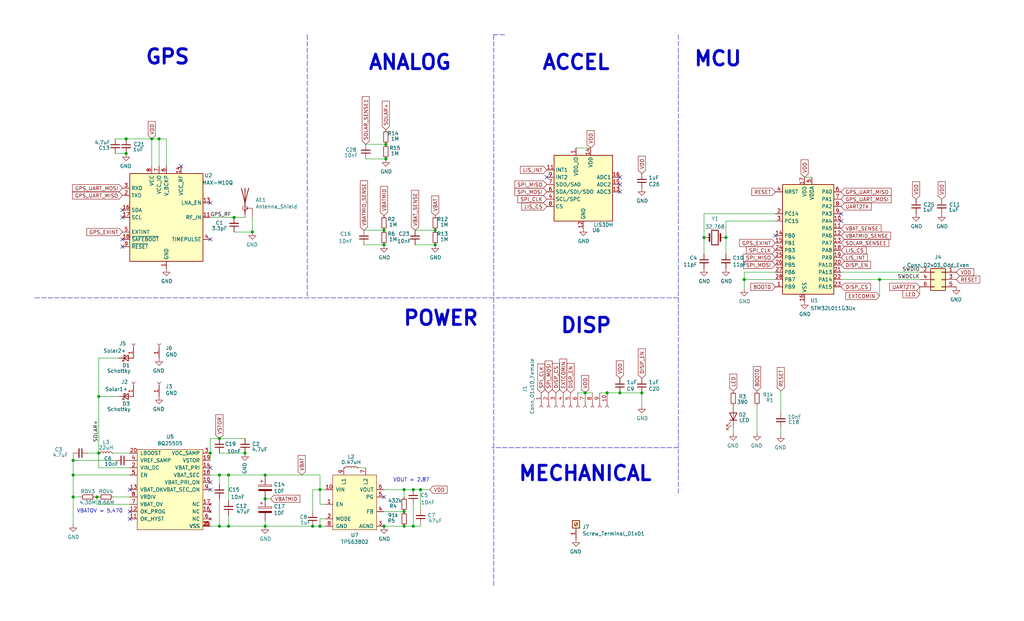
<source format=kicad_sch>
(kicad_sch (version 20211123) (generator eeschema)
  (paper "USLegal")
  (lib_symbols
    (symbol "Connector:Conn_01x01_Female" (pin_names (offset 1.016) hide)
      (property "Reference" "J" (at 0 2.54 0))
      (property "Value" "Conn_01x01_Female" (at 0 -2.54 0))
      (symbol "Conn_01x01_Female_1_1"
        (polyline (pts (xy -1.27 0) (xy -0.508 0)) (stroke (width 0.1524)))
        (arc (start 0 0.508) (mid -0.508 0) (end 0 -0.508) (stroke (width 0.1524)))
        (pin passive line (at -5.08 0 0) (length 3.81) (name "Pin_1") (number "1"))
      )
    )
    (symbol "Connector:Conn_01x10_Female" (pin_names (offset 1.016) hide)
      (property "Reference" "J" (at 0 12.7 0))
      (property "Value" "Conn_01x10_Female" (at 0 -15.24 0))
      (symbol "Conn_01x10_Female_1_1"
        (arc (start 0 -12.192) (mid -0.508 -12.7) (end 0 -13.208) (stroke (width 0.1524)))
        (arc (start 0 -9.652) (mid -0.508 -10.16) (end 0 -10.668) (stroke (width 0.1524)))
        (arc (start 0 -7.112) (mid -0.508 -7.62) (end 0 -8.128) (stroke (width 0.1524)))
        (arc (start 0 -4.572) (mid -0.508 -5.08) (end 0 -5.588) (stroke (width 0.1524)))
        (arc (start 0 -2.032) (mid -0.508 -2.54) (end 0 -3.048) (stroke (width 0.1524)))
        (polyline (pts (xy -1.27 -12.7) (xy -0.508 -12.7)) (stroke (width 0.1524)))
        (polyline (pts (xy -1.27 -10.16) (xy -0.508 -10.16)) (stroke (width 0.1524)))
        (polyline (pts (xy -1.27 -7.62) (xy -0.508 -7.62)) (stroke (width 0.1524)))
        (polyline (pts (xy -1.27 -5.08) (xy -0.508 -5.08)) (stroke (width 0.1524)))
        (polyline (pts (xy -1.27 -2.54) (xy -0.508 -2.54)) (stroke (width 0.1524)))
        (polyline (pts (xy -1.27 0) (xy -0.508 0)) (stroke (width 0.1524)))
        (polyline (pts (xy -1.27 2.54) (xy -0.508 2.54)) (stroke (width 0.1524)))
        (polyline (pts (xy -1.27 5.08) (xy -0.508 5.08)) (stroke (width 0.1524)))
        (polyline (pts (xy -1.27 7.62) (xy -0.508 7.62)) (stroke (width 0.1524)))
        (polyline (pts (xy -1.27 10.16) (xy -0.508 10.16)) (stroke (width 0.1524)))
        (arc (start 0 0.508) (mid -0.508 0) (end 0 -0.508) (stroke (width 0.1524)))
        (arc (start 0 3.048) (mid -0.508 2.54) (end 0 2.032) (stroke (width 0.1524)))
        (arc (start 0 5.588) (mid -0.508 5.08) (end 0 4.572) (stroke (width 0.1524)))
        (arc (start 0 8.128) (mid -0.508 7.62) (end 0 7.112) (stroke (width 0.1524)))
        (arc (start 0 10.668) (mid -0.508 10.16) (end 0 9.652) (stroke (width 0.1524)))
        (pin passive line (at -5.08 10.16 0) (length 3.81) (name "Pin_1") (number "1"))
        (pin passive line (at -5.08 -12.7 0) (length 3.81) (name "Pin_10") (number "10"))
        (pin passive line (at -5.08 7.62 0) (length 3.81) (name "Pin_2") (number "2"))
        (pin passive line (at -5.08 5.08 0) (length 3.81) (name "Pin_3") (number "3"))
        (pin passive line (at -5.08 2.54 0) (length 3.81) (name "Pin_4") (number "4"))
        (pin passive line (at -5.08 0 0) (length 3.81) (name "Pin_5") (number "5"))
        (pin passive line (at -5.08 -2.54 0) (length 3.81) (name "Pin_6") (number "6"))
        (pin passive line (at -5.08 -5.08 0) (length 3.81) (name "Pin_7") (number "7"))
        (pin passive line (at -5.08 -7.62 0) (length 3.81) (name "Pin_8") (number "8"))
        (pin passive line (at -5.08 -10.16 0) (length 3.81) (name "Pin_9") (number "9"))
      )
    )
    (symbol "Connector:Screw_Terminal_01x01" (pin_names (offset 1.016) hide)
      (property "Reference" "J" (at 0 2.54 0))
      (property "Value" "Screw_Terminal_01x01" (at 0 -2.54 0))
      (symbol "Screw_Terminal_01x01_1_1"
        (rectangle (start -1.27 1.27) (end 1.27 -1.27) (stroke (width 0.254)) (fill (type background)))
        (polyline (pts (xy -0.5334 0.3302) (xy 0.3302 -0.508)) (stroke (width 0.1524)))
        (polyline (pts (xy -0.3556 0.508) (xy 0.508 -0.3302)) (stroke (width 0.1524)))
        (circle (center 0 0) (radius 0.635) (stroke (width 0.1524)))
        (pin passive line (at -5.08 0 0) (length 3.81) (name "Pin_1") (number "1"))
      )
    )
    (symbol "Connector_Generic:Conn_02x03_Odd_Even" (pin_names (offset 1.016) hide)
      (property "Reference" "J" (at 1.27 5.08 0))
      (property "Value" "Conn_02x03_Odd_Even" (at 1.27 -5.08 0))
      (symbol "Conn_02x03_Odd_Even_1_1"
        (rectangle (start -1.27 -2.413) (end 0 -2.667) (stroke (width 0.1524)))
        (rectangle (start -1.27 0.127) (end 0 -0.127) (stroke (width 0.1524)))
        (rectangle (start -1.27 2.667) (end 0 2.413) (stroke (width 0.1524)))
        (rectangle (start -1.27 3.81) (end 3.81 -3.81) (stroke (width 0.254)) (fill (type background)))
        (rectangle (start 3.81 -2.413) (end 2.54 -2.667) (stroke (width 0.1524)))
        (rectangle (start 3.81 0.127) (end 2.54 -0.127) (stroke (width 0.1524)))
        (rectangle (start 3.81 2.667) (end 2.54 2.413) (stroke (width 0.1524)))
        (pin passive line (at -5.08 2.54 0) (length 3.81) (name "Pin_1") (number "1"))
        (pin passive line (at 7.62 2.54 180) (length 3.81) (name "Pin_2") (number "2"))
        (pin passive line (at -5.08 0 0) (length 3.81) (name "Pin_3") (number "3"))
        (pin passive line (at 7.62 0 180) (length 3.81) (name "Pin_4") (number "4"))
        (pin passive line (at -5.08 -2.54 0) (length 3.81) (name "Pin_5") (number "5"))
        (pin passive line (at 7.62 -2.54 180) (length 3.81) (name "Pin_6") (number "6"))
      )
    )
    (symbol "Device:Antenna_Shield" (pin_numbers hide) (pin_names (offset 1.016) hide)
      (property "Reference" "AE" (at -1.905 4.445 0))
      (property "Value" "Antenna_Shield" (at -1.905 2.54 0))
      (symbol "Antenna_Shield_0_1"
        (arc (start -0.508 -1.143) (mid -0.8485 -2.1032) (end 0 -2.667))
        (arc (start 0 -2.667) (mid 0.8047 -2.0885) (end 0.508 -1.143))
        (polyline (pts (xy 0 -2.54) (xy 0 0)))
        (polyline (pts (xy 0 5.08) (xy 0 -3.81)) (stroke (width 0.254)))
        (polyline (pts (xy 0.762 -1.905) (xy 2.54 -1.905)))
        (polyline (pts (xy 2.54 -2.54) (xy 2.54 -1.905)))
        (polyline (pts (xy 1.27 5.08) (xy 0 0) (xy -1.27 5.08)) (stroke (width 0.254)))
        (circle (center 0.762 -1.905) (radius 0.1778) (fill (type outline)))
      )
      (symbol "Antenna_Shield_1_1"
        (pin input line (at 0 -5.08 90) (length 2.54) (name "A") (number "1"))
        (pin input line (at 2.54 -5.08 90) (length 2.54) (name "Shield") (number "2"))
      )
    )
    (symbol "Device:CP" (pin_numbers hide) (pin_names (offset 0.254))
      (property "Reference" "C" (at 0.635 2.54 0))
      (property "Value" "Device_CP" (at 0.635 -2.54 0))
      (symbol "CP_0_1"
        (rectangle (start -2.286 0.508) (end 2.286 1.016))
        (polyline (pts (xy -1.778 2.286) (xy -0.762 2.286)))
        (polyline (pts (xy -1.27 2.794) (xy -1.27 1.778)))
        (rectangle (start 2.286 -0.508) (end -2.286 -1.016) (fill (type outline)))
      )
      (symbol "CP_1_1"
        (pin passive line (at 0 3.81 270) (length 2.794) (name "~") (number "1"))
        (pin passive line (at 0 -3.81 90) (length 2.794) (name "~") (number "2"))
      )
    )
    (symbol "Device:C_Small" (pin_numbers hide) (pin_names (offset 0.254) hide)
      (property "Reference" "C" (at 0.254 1.778 0))
      (property "Value" "C_Small" (at 0.254 -2.032 0))
      (symbol "C_Small_0_1"
        (polyline (pts (xy -1.524 -0.508) (xy 1.524 -0.508)) (stroke (width 0.3302)))
        (polyline (pts (xy -1.524 0.508) (xy 1.524 0.508)) (stroke (width 0.3048)))
      )
      (symbol "C_Small_1_1"
        (pin passive line (at 0 2.54 270) (length 2.032) (name "~") (number "1"))
        (pin passive line (at 0 -2.54 90) (length 2.032) (name "~") (number "2"))
      )
    )
    (symbol "Device:Crystal" (pin_numbers hide) (pin_names (offset 1.016) hide)
      (property "Reference" "Y" (at 0 3.81 0))
      (property "Value" "Crystal" (at 0 -3.81 0))
      (symbol "Crystal_0_1"
        (rectangle (start -1.143 2.54) (end 1.143 -2.54) (stroke (width 0.3048)))
        (polyline (pts (xy -2.54 0) (xy -1.905 0)))
        (polyline (pts (xy -1.905 -1.27) (xy -1.905 1.27)) (stroke (width 0.508)))
        (polyline (pts (xy 1.905 -1.27) (xy 1.905 1.27)) (stroke (width 0.508)))
        (polyline (pts (xy 2.54 0) (xy 1.905 0)))
      )
      (symbol "Crystal_1_1"
        (pin passive line (at -3.81 0 0) (length 1.27) (name "1") (number "1"))
        (pin passive line (at 3.81 0 180) (length 1.27) (name "2") (number "2"))
      )
    )
    (symbol "Device:D_Schottky_Small" (pin_numbers hide) (pin_names (offset 0.254) hide)
      (property "Reference" "D" (at -1.27 2.032 0))
      (property "Value" "D_Schottky_Small" (at -7.112 -2.032 0))
      (symbol "D_Schottky_Small_0_1"
        (polyline (pts (xy -0.762 0) (xy 0.762 0)))
        (polyline (pts (xy 0.762 -1.016) (xy -0.762 0) (xy 0.762 1.016) (xy 0.762 -1.016)) (stroke (width 0.254)))
        (polyline (pts (xy -1.27 0.762) (xy -1.27 1.016) (xy -0.762 1.016) (xy -0.762 -1.016) (xy -0.254 -1.016) (xy -0.254 -0.762)) (stroke (width 0.254)))
      )
      (symbol "D_Schottky_Small_1_1"
        (pin passive line (at -2.54 0 0) (length 1.778) (name "K") (number "1"))
        (pin passive line (at 2.54 0 180) (length 1.778) (name "A") (number "2"))
      )
    )
    (symbol "Device:LED" (pin_numbers hide) (pin_names (offset 1.016) hide)
      (property "Reference" "D" (at 0 2.54 0))
      (property "Value" "LED" (at 0 -2.54 0))
      (symbol "LED_0_1"
        (polyline (pts (xy -1.27 -1.27) (xy -1.27 1.27)) (stroke (width 0.254)))
        (polyline (pts (xy -1.27 0) (xy 1.27 0)))
        (polyline (pts (xy 1.27 -1.27) (xy 1.27 1.27) (xy -1.27 0) (xy 1.27 -1.27)) (stroke (width 0.254)))
        (polyline (pts (xy -3.048 -0.762) (xy -4.572 -2.286) (xy -3.81 -2.286) (xy -4.572 -2.286) (xy -4.572 -1.524)))
        (polyline (pts (xy -1.778 -0.762) (xy -3.302 -2.286) (xy -2.54 -2.286) (xy -3.302 -2.286) (xy -3.302 -1.524)))
      )
      (symbol "LED_1_1"
        (pin passive line (at -3.81 0 0) (length 2.54) (name "K") (number "1"))
        (pin passive line (at 3.81 0 180) (length 2.54) (name "A") (number "2"))
      )
    )
    (symbol "Device:L_Small" (pin_numbers hide) (pin_names (offset 0.254) hide)
      (property "Reference" "L" (at 0.762 1.016 0))
      (property "Value" "L_Small" (at 0.762 -1.016 0))
      (symbol "L_Small_0_1"
        (arc (start 0 -2.032) (mid 0.508 -1.524) (end 0 -1.016))
        (arc (start 0 -1.016) (mid 0.508 -0.508) (end 0 0))
        (arc (start 0 0) (mid 0.508 0.508) (end 0 1.016))
        (arc (start 0 1.016) (mid 0.508 1.524) (end 0 2.032))
      )
      (symbol "L_Small_1_1"
        (pin passive line (at 0 2.54 270) (length 0.508) (name "~") (number "1"))
        (pin passive line (at 0 -2.54 90) (length 0.508) (name "~") (number "2"))
      )
    )
    (symbol "Device:R_Small" (pin_numbers hide) (pin_names (offset 0.254) hide)
      (property "Reference" "R" (at 0.762 0.508 0))
      (property "Value" "R_Small" (at 0.762 -1.016 0))
      (symbol "R_Small_0_1"
        (rectangle (start -0.762 1.778) (end 0.762 -1.778) (stroke (width 0.2032)))
      )
      (symbol "R_Small_1_1"
        (pin passive line (at 0 2.54 270) (length 0.762) (name "~") (number "1"))
        (pin passive line (at 0 -2.54 90) (length 0.762) (name "~") (number "2"))
      )
    )
    (symbol "MCU_ST_STM32L0:STM32L011G3Ux"
      (property "Reference" "U" (at -10.16 19.05 0))
      (property "Value" "STM32L011G3Ux" (at 2.54 19.05 0))
      (symbol "STM32L011G3Ux_0_1"
        (rectangle (start -10.16 -20.32) (end 7.62 17.78) (stroke (width 0.254)) (fill (type background)))
      )
      (symbol "STM32L011G3Ux_1_1"
        (pin bidirectional line (at -12.7 -17.78 0) (length 2.54) (name "PB9") (number "1"))
        (pin bidirectional line (at 10.16 5.08 180) (length 2.54) (name "PA4") (number "10"))
        (pin bidirectional line (at 10.16 2.54 180) (length 2.54) (name "PA5") (number "11"))
        (pin bidirectional line (at 10.16 0 180) (length 2.54) (name "PA6") (number "12"))
        (pin bidirectional line (at 10.16 -2.54 180) (length 2.54) (name "PA7") (number "13"))
        (pin bidirectional line (at -12.7 0 0) (length 2.54) (name "PB0") (number "14"))
        (pin bidirectional line (at -12.7 -2.54 0) (length 2.54) (name "PB1") (number "15"))
        (pin power_in line (at -2.54 -22.86 90) (length 2.54) (name "VSS") (number "16"))
        (pin power_in line (at -2.54 20.32 270) (length 2.54) (name "VDD") (number "17"))
        (pin bidirectional line (at 10.16 -5.08 180) (length 2.54) (name "PA8") (number "18"))
        (pin bidirectional line (at 10.16 -7.62 180) (length 2.54) (name "PA9") (number "19"))
        (pin bidirectional line (at -12.7 7.62 0) (length 2.54) (name "PC14") (number "2"))
        (pin bidirectional line (at 10.16 -10.16 180) (length 2.54) (name "PA10") (number "20"))
        (pin bidirectional line (at 10.16 -12.7 180) (length 2.54) (name "PA13") (number "21"))
        (pin bidirectional line (at 10.16 -15.24 180) (length 2.54) (name "PA14") (number "22"))
        (pin bidirectional line (at 10.16 -17.78 180) (length 2.54) (name "PA15") (number "23"))
        (pin bidirectional line (at -12.7 -5.08 0) (length 2.54) (name "PB3") (number "24"))
        (pin bidirectional line (at -12.7 -7.62 0) (length 2.54) (name "PB4") (number "25"))
        (pin bidirectional line (at -12.7 -10.16 0) (length 2.54) (name "PB5") (number "26"))
        (pin bidirectional line (at -12.7 -12.7 0) (length 2.54) (name "PB6") (number "27"))
        (pin bidirectional line (at -12.7 -15.24 0) (length 2.54) (name "PB7") (number "28"))
        (pin bidirectional line (at -12.7 5.08 0) (length 2.54) (name "PC15") (number "3"))
        (pin input line (at -12.7 15.24 0) (length 2.54) (name "NRST") (number "4"))
        (pin power_in line (at 0 20.32 270) (length 2.54) (name "VDDA") (number "5"))
        (pin bidirectional line (at 10.16 15.24 180) (length 2.54) (name "PA0") (number "6"))
        (pin bidirectional line (at 10.16 12.7 180) (length 2.54) (name "PA1") (number "7"))
        (pin bidirectional line (at 10.16 10.16 180) (length 2.54) (name "PA2") (number "8"))
        (pin bidirectional line (at 10.16 7.62 180) (length 2.54) (name "PA3") (number "9"))
      )
    )
    (symbol "MargoGeneral:BQ25505" (pin_names (offset 1.016))
      (property "Reference" "U" (at 17.78 30.48 0))
      (property "Value" "MargoGeneral_BQ25505" (at 5.08 30.48 0))
      (symbol "BQ25505_0_1"
        (rectangle (start 0 0) (end 22.86 27.94) (fill (type background)))
      )
      (symbol "BQ25505_1_1"
        (pin input line (at 25.4 1.27 180) (length 2.54) (name "VSS") (number "1"))
        (pin input line (at 25.4 16.51 180) (length 2.54) (name "VBAT_PRI_ON") (number "10"))
        (pin input line (at -2.54 3.81 0) (length 2.54) (name "OK_HYST") (number "11"))
        (pin input line (at -2.54 6.35 0) (length 2.54) (name "OK_PROG") (number "12"))
        (pin input line (at -2.54 13.97 0) (length 2.54) (name "VBAT_OK") (number "13"))
        (pin input line (at 25.4 21.59 180) (length 2.54) (name "VBAT_PRI") (number "14"))
        (pin input line (at 25.4 1.27 180) (length 2.54) (name "VSS") (number "15"))
        (pin no_connect line (at 25.4 6.35 180) (length 2.54) (name "NC") (number "16"))
        (pin no_connect line (at 25.4 8.89 180) (length 2.54) (name "NC") (number "17"))
        (pin input line (at 25.4 19.05 180) (length 2.54) (name "VBAT_SEC") (number "18"))
        (pin input line (at 25.4 24.13 180) (length 2.54) (name "VSTOR") (number "19"))
        (pin input line (at -2.54 21.59 0) (length 2.54) (name "VIN_DC") (number "2"))
        (pin input line (at -2.54 26.67 0) (length 2.54) (name "LBOOST") (number "20"))
        (pin input line (at 25.4 1.27 180) (length 2.54) (name "VSS") (number "21"))
        (pin input line (at 25.4 26.67 180) (length 2.54) (name "VOC_SAMP") (number "3"))
        (pin input line (at -2.54 24.13 0) (length 2.54) (name "VREF_SAMP") (number "4"))
        (pin input line (at -2.54 19.05 0) (length 2.54) (name "EN") (number "5"))
        (pin no_connect line (at 25.4 3.81 180) (length 2.54) (name "NC") (number "6"))
        (pin input line (at -2.54 8.89 0) (length 2.54) (name "VBAT_OV") (number "7"))
        (pin input line (at -2.54 11.43 0) (length 2.54) (name "VRDIV") (number "8"))
        (pin input line (at 25.4 13.97 180) (length 2.54) (name "VBAT_SEC_ON") (number "9"))
      )
    )
    (symbol "RF_GPS:MAX-M8Q"
      (property "Reference" "U" (at -10.16 16.51 0))
      (property "Value" "MAX-M8Q" (at 11.43 16.51 0))
      (symbol "MAX-M8Q_0_1"
        (rectangle (start 12.7 15.24) (end -12.7 -15.24) (stroke (width 0.254)) (fill (type background)))
      )
      (symbol "MAX-M8Q_1_1"
        (pin power_in line (at 0 -17.78 90) (length 2.54) (name "GND") (number "1"))
        (pin passive line (at 0 -17.78 90) (length 2.54) hide (name "GND") (number "10"))
        (pin input line (at 15.24 0 180) (length 2.54) (name "RF_IN") (number "11"))
        (pin passive line (at 0 -17.78 90) (length 2.54) hide (name "GND") (number "12"))
        (pin output line (at 15.24 5.08 180) (length 2.54) (name "LNA_EN") (number "13"))
        (pin power_out line (at 5.08 17.78 270) (length 2.54) (name "VCC_RF") (number "14"))
        (pin no_connect line (at 12.7 -5.08 180) (length 2.54) hide (name "Reserved") (number "15"))
        (pin bidirectional line (at -15.24 2.54 0) (length 2.54) (name "SDA") (number "16"))
        (pin input line (at -15.24 0 0) (length 2.54) (name "SCL") (number "17"))
        (pin input line (at -15.24 -7.62 0) (length 2.54) (name "~{SAFEBOOT}") (number "18"))
        (pin output line (at -15.24 7.62 0) (length 2.54) (name "TXD") (number "2"))
        (pin input line (at -15.24 10.16 0) (length 2.54) (name "RXD") (number "3"))
        (pin output line (at 15.24 -7.62 180) (length 2.54) (name "TIMEPULSE") (number "4"))
        (pin input line (at -15.24 -5.08 0) (length 2.54) (name "EXTINT") (number "5"))
        (pin power_in line (at 0 17.78 270) (length 2.54) (name "V_BCKP") (number "6"))
        (pin power_in line (at -2.54 17.78 270) (length 2.54) (name "VCC_IO") (number "7"))
        (pin power_in line (at -5.08 17.78 270) (length 2.54) (name "VCC") (number "8"))
        (pin input line (at -15.24 -10.16 0) (length 2.54) (name "~{RESET}") (number "9"))
      )
    )
    (symbol "Sensor_Motion:LIS3DH"
      (property "Reference" "U" (at -7.62 11.43 0))
      (property "Value" "LIS3DH" (at 6.35 11.43 0))
      (symbol "LIS3DH_0_1"
        (rectangle (start -10.16 10.16) (end 10.16 -12.7) (stroke (width 0.254)) (fill (type background)))
      )
      (symbol "LIS3DH_1_1"
        (pin power_in line (at -2.54 12.7 270) (length 2.54) (name "VDD_IO") (number "1"))
        (pin passive line (at 0 -15.24 90) (length 2.54) hide (name "GND") (number "10"))
        (pin output line (at -12.7 5.08 0) (length 2.54) (name "INT1") (number "11"))
        (pin power_in line (at 0 -15.24 90) (length 2.54) (name "GND") (number "12"))
        (pin input line (at 12.7 -2.54 180) (length 2.54) (name "ADC3") (number "13"))
        (pin power_in line (at 2.54 12.7 270) (length 2.54) (name "VDD") (number "14"))
        (pin input line (at 12.7 0 180) (length 2.54) (name "ADC2") (number "15"))
        (pin input line (at 12.7 2.54 180) (length 2.54) (name "ADC1") (number "16"))
        (pin no_connect line (at 10.16 5.08 180) (length 2.54) hide (name "NC") (number "2"))
        (pin no_connect line (at 10.16 7.62 180) (length 2.54) hide (name "NC") (number "3"))
        (pin input line (at -12.7 -5.08 0) (length 2.54) (name "SCL/SPC") (number "4"))
        (pin passive line (at 0 -15.24 90) (length 2.54) hide (name "GND") (number "5"))
        (pin bidirectional line (at -12.7 -2.54 0) (length 2.54) (name "SDA/SDI/SDO") (number "6"))
        (pin bidirectional line (at -12.7 0 0) (length 2.54) (name "SDO/SA0") (number "7"))
        (pin input line (at -12.7 -7.62 0) (length 2.54) (name "CS") (number "8"))
        (pin output line (at -12.7 2.54 0) (length 2.54) (name "INT2") (number "9"))
      )
    )
    (symbol "SolarGPS-rescue:TPS63802-VeridianDesigns" (pin_names (offset 1.016))
      (property "Reference" "U" (at -10.16 24.13 0))
      (property "Value" "TPS63802-VeridianDesigns" (at -6.35 26.67 0))
      (symbol "TPS63802-VeridianDesigns_0_1"
        (rectangle (start 0 0) (end 15.24 19.05) (fill (type background)))
      )
      (symbol "TPS63802-VeridianDesigns_1_1"
        (pin input line (at -2.54 8.89 0) (length 2.54) (name "EN") (number "1"))
        (pin input line (at -2.54 13.97 0) (length 2.54) (name "VIN") (number "10"))
        (pin input line (at -2.54 3.81 0) (length 2.54) (name "MODE") (number "2"))
        (pin input line (at 17.78 1.27 180) (length 2.54) (name "AGND") (number "3"))
        (pin input line (at 17.78 6.35 180) (length 2.54) (name "FB") (number "4"))
        (pin input line (at 17.78 11.43 180) (length 2.54) (name "PG") (number "5"))
        (pin input line (at 17.78 13.97 180) (length 2.54) (name "VOUT") (number "6"))
        (pin input line (at 11.43 21.59 270) (length 2.54) (name "L2") (number "7"))
        (pin input line (at -2.54 1.27 0) (length 2.54) (name "GND") (number "8"))
        (pin input line (at 3.81 21.59 270) (length 2.54) (name "L1") (number "9"))
      )
    )
    (symbol "power:GND" (power) (pin_names (offset 0))
      (property "Value" "GND" (at 0 -3.81 0))
      (symbol "GND_0_1"
        (polyline (pts (xy 0 0) (xy 0 -1.27) (xy 1.27 -1.27) (xy 0 -2.54) (xy -1.27 -1.27) (xy 0 -1.27)))
      )
      (symbol "GND_1_1"
        (pin power_in line (at 0 0 270) (length 0) hide (name "GND") (number "1"))
      )
    )
  )
  (junction (at 111.125 182.88))
  (junction (at 143.51 182.88))
  (junction (at 133.35 85.09))
  (junction (at 76.2 165.1))
  (junction (at 244.475 82.55))
  (junction (at 25.4 160.02))
  (junction (at 210.82 136.525))
  (junction (at 133.985 50.165))
  (junction (at 76.2 152.4))
  (junction (at 43.815 53.34))
  (junction (at 258.445 97.155))
  (junction (at 76.2 182.88))
  (junction (at 133.35 80.01))
  (junction (at 140.335 182.88))
  (junction (at 81.28 75.565))
  (junction (at 143.51 170.18))
  (junction (at 43.815 48.26))
  (junction (at 55.245 48.26))
  (junction (at 140.335 177.8))
  (junction (at 203.2 136.525))
  (junction (at 79.375 165.1))
  (junction (at 151.13 85.09))
  (junction (at 87.63 80.645))
  (junction (at 252.095 82.55))
  (junction (at 34.29 157.48))
  (junction (at 215.265 136.525))
  (junction (at 92.075 165.1))
  (junction (at 79.375 182.88))
  (junction (at 33.655 172.72))
  (junction (at 151.13 80.01))
  (junction (at 92.075 182.88))
  (junction (at 111.125 170.18))
  (junction (at 25.4 172.72))
  (junction (at 52.705 48.26))
  (junction (at 140.335 170.18))
  (junction (at 133.35 182.88))
  (junction (at 305.435 97.155))
  (junction (at 85.09 157.48))
  (junction (at 34.29 137.795))
  (junction (at 133.985 55.245))
  (junction (at 73.025 157.48))
  (junction (at 146.05 170.18))
  (junction (at 108.585 182.88))
  (junction (at 25.4 165.1))
  (junction (at 222.885 136.525))
  (junction (at 92.075 173.355))
  (no_connect (at 42.545 75.565))
  (no_connect (at 73.025 70.485))
  (no_connect (at 73.025 162.56))
  (no_connect (at 62.865 57.785))
  (no_connect (at 45.085 170.18))
  (no_connect (at 42.545 83.185))
  (no_connect (at 215.265 66.675))
  (no_connect (at 45.085 177.8))
  (no_connect (at 292.1 76.835))
  (no_connect (at 215.265 64.135))
  (no_connect (at 292.1 74.295))
  (no_connect (at 73.025 167.64))
  (no_connect (at 269.24 81.915))
  (no_connect (at 189.865 61.595))
  (no_connect (at 73.025 170.18))
  (no_connect (at 215.265 61.595))
  (no_connect (at 133.35 172.72))
  (no_connect (at 42.545 85.725))
  (no_connect (at 42.545 73.025))
  (no_connect (at 73.025 83.185))
  (no_connect (at 45.085 180.34))
  (wire (pts (xy 244.475 74.295) (xy 269.24 74.295)))
  (wire (pts (xy 57.785 57.785) (xy 57.785 48.26)))
  (wire (pts (xy 108.585 182.88) (xy 111.125 182.88)))
  (wire (pts (xy 73.025 165.1) (xy 76.2 165.1)))
  (wire (pts (xy 143.51 175.26) (xy 143.51 182.88)))
  (wire (pts (xy 252.095 76.835) (xy 269.24 76.835)))
  (wire (pts (xy 124.46 162.56) (xy 127 162.56)))
  (wire (pts (xy 34.29 124.46) (xy 34.29 137.795)))
  (wire (pts (xy 92.075 165.735) (xy 92.075 165.1)))
  (wire (pts (xy 126.365 85.09) (xy 133.35 85.09)))
  (wire (pts (xy 33.655 172.72) (xy 33.655 175.26)))
  (wire (pts (xy 254.635 150.495) (xy 254.635 148.59)))
  (wire (pts (xy 149.225 170.18) (xy 146.05 170.18)))
  (wire (pts (xy 108.585 170.18) (xy 111.125 170.18)))
  (wire (pts (xy 79.375 173.99) (xy 79.375 165.1)))
  (wire (pts (xy 113.03 175.26) (xy 111.125 175.26)))
  (wire (pts (xy 244.475 88.265) (xy 244.475 82.55)))
  (wire (pts (xy 52.705 48.26) (xy 55.245 48.26)))
  (wire (pts (xy 55.245 48.26) (xy 55.245 57.785)))
  (wire (pts (xy 292.1 94.615) (xy 319.405 94.615)))
  (polyline (pts (xy 12.065 103.505) (xy 235.585 103.505)))
  (wire (pts (xy 269.24 97.155) (xy 258.445 97.155)))
  (wire (pts (xy 111.125 182.88) (xy 113.03 182.88)))
  (wire (pts (xy 33.655 175.26) (xy 45.085 175.26)))
  (wire (pts (xy 113.03 170.18) (xy 111.125 170.18)))
  (wire (pts (xy 76.2 165.1) (xy 79.375 165.1)))
  (wire (pts (xy 215.265 136.525) (xy 222.885 136.525)))
  (wire (pts (xy 258.445 97.155) (xy 258.445 100.33)))
  (wire (pts (xy 76.2 165.1) (xy 76.2 168.275)))
  (wire (pts (xy 271.145 135.89) (xy 271.145 143.51)))
  (wire (pts (xy 52.705 57.785) (xy 52.705 48.26)))
  (wire (pts (xy 244.475 74.295) (xy 244.475 82.55)))
  (wire (pts (xy 52.705 48.26) (xy 43.815 48.26)))
  (wire (pts (xy 140.335 172.72) (xy 140.335 170.18)))
  (wire (pts (xy 25.4 182.245) (xy 25.4 172.72)))
  (wire (pts (xy 262.89 140.97) (xy 262.89 150.495)))
  (wire (pts (xy 210.82 136.525) (xy 208.28 136.525)))
  (wire (pts (xy 73.025 75.565) (xy 81.28 75.565)))
  (wire (pts (xy 40.005 53.34) (xy 43.815 53.34)))
  (wire (pts (xy 25.4 172.72) (xy 25.4 165.1)))
  (wire (pts (xy 111.125 180.34) (xy 111.125 182.88)))
  (wire (pts (xy 127 55.245) (xy 133.985 55.245)))
  (wire (pts (xy 79.375 182.88) (xy 92.075 182.88)))
  (wire (pts (xy 271.145 148.59) (xy 271.145 151.13)))
  (wire (pts (xy 34.29 157.48) (xy 34.29 162.56)))
  (polyline (pts (xy 235.585 155.575) (xy 170.815 155.575)))
  (wire (pts (xy 34.29 162.56) (xy 45.085 162.56)))
  (wire (pts (xy 258.445 94.615) (xy 269.24 94.615)))
  (wire (pts (xy 133.35 177.8) (xy 140.335 177.8)))
  (wire (pts (xy 30.48 157.48) (xy 34.29 157.48)))
  (wire (pts (xy 305.435 97.155) (xy 305.435 102.87)))
  (wire (pts (xy 144.145 80.01) (xy 151.13 80.01)))
  (wire (pts (xy 76.2 182.88) (xy 79.375 182.88)))
  (wire (pts (xy 146.05 170.18) (xy 143.51 170.18)))
  (wire (pts (xy 87.63 80.645) (xy 87.63 75.565)))
  (wire (pts (xy 203.2 136.525) (xy 200.66 136.525)))
  (wire (pts (xy 92.075 182.88) (xy 92.075 180.975)))
  (wire (pts (xy 79.375 179.07) (xy 79.375 182.88)))
  (wire (pts (xy 33.655 172.72) (xy 33.02 172.72)))
  (wire (pts (xy 127 50.165) (xy 133.985 50.165)))
  (wire (pts (xy 73.025 160.02) (xy 73.025 157.48)))
  (wire (pts (xy 45.085 172.72) (xy 39.37 172.72)))
  (polyline (pts (xy 235.585 171.45) (xy 235.585 12.065)))
  (polyline (pts (xy 171.45 12.065) (xy 171.45 203.835)))
  (wire (pts (xy 292.1 97.155) (xy 305.435 97.155)))
  (wire (pts (xy 126.365 80.01) (xy 133.35 80.01)))
  (wire (pts (xy 76.2 173.355) (xy 76.2 182.88)))
  (polyline (pts (xy 106.68 12.065) (xy 106.68 103.505)))
  (wire (pts (xy 143.51 182.88) (xy 146.05 182.88)))
  (wire (pts (xy 92.075 165.1) (xy 111.125 165.1)))
  (wire (pts (xy 25.4 165.1) (xy 25.4 160.02)))
  (wire (pts (xy 146.05 182.88) (xy 146.05 182.245)))
  (wire (pts (xy 279.4 61.595) (xy 281.94 61.595)))
  (wire (pts (xy 203.2 136.525) (xy 205.74 136.525)))
  (wire (pts (xy 73.025 157.48) (xy 73.025 152.4)))
  (wire (pts (xy 79.375 165.1) (xy 92.075 165.1)))
  (wire (pts (xy 45.085 165.1) (xy 25.4 165.1)))
  (polyline (pts (xy 175.26 12.065) (xy 171.45 12.065)))
  (wire (pts (xy 92.075 182.88) (xy 108.585 182.88)))
  (wire (pts (xy 92.075 173.355) (xy 93.98 173.355)))
  (wire (pts (xy 140.335 170.18) (xy 133.35 170.18)))
  (wire (pts (xy 41.275 124.46) (xy 34.29 124.46)))
  (wire (pts (xy 57.785 48.26) (xy 55.245 48.26)))
  (wire (pts (xy 81.28 80.645) (xy 87.63 80.645)))
  (wire (pts (xy 252.095 82.55) (xy 252.095 76.835)))
  (wire (pts (xy 76.2 152.4) (xy 85.09 152.4)))
  (wire (pts (xy 111.125 180.34) (xy 113.03 180.34)))
  (wire (pts (xy 252.095 88.265) (xy 252.095 82.55)))
  (wire (pts (xy 39.37 157.48) (xy 45.085 157.48)))
  (wire (pts (xy 25.4 160.02) (xy 40.005 160.02)))
  (wire (pts (xy 73.025 152.4) (xy 76.2 152.4)))
  (wire (pts (xy 108.585 177.8) (xy 108.585 170.18)))
  (wire (pts (xy 222.885 136.525) (xy 222.885 140.97)))
  (wire (pts (xy 34.29 172.72) (xy 33.655 172.72)))
  (wire (pts (xy 143.51 170.18) (xy 140.335 170.18)))
  (wire (pts (xy 40.005 48.26) (xy 43.815 48.26)))
  (wire (pts (xy 146.05 177.165) (xy 146.05 170.18)))
  (wire (pts (xy 25.4 172.72) (xy 27.94 172.72)))
  (wire (pts (xy 111.125 165.1) (xy 111.125 170.18)))
  (wire (pts (xy 81.28 75.565) (xy 85.09 75.565)))
  (wire (pts (xy 258.445 94.615) (xy 258.445 97.155)))
  (wire (pts (xy 76.2 157.48) (xy 85.09 157.48)))
  (wire (pts (xy 34.29 137.795) (xy 34.29 157.48)))
  (wire (pts (xy 111.125 175.26) (xy 111.125 170.18)))
  (wire (pts (xy 76.2 182.88) (xy 73.025 182.88)))
  (wire (pts (xy 133.35 182.88) (xy 140.335 182.88)))
  (wire (pts (xy 205.105 51.435) (xy 200.025 51.435)))
  (wire (pts (xy 144.145 85.09) (xy 151.13 85.09)))
  (wire (pts (xy 305.435 97.155) (xy 319.405 97.155)))
  (wire (pts (xy 319.405 99.695) (xy 319.405 102.235)))
  (wire (pts (xy 140.335 182.88) (xy 143.51 182.88)))
  (wire (pts (xy 41.275 137.795) (xy 34.29 137.795)))
  (wire (pts (xy 25.4 157.48) (xy 25.4 160.02)))
  (wire (pts (xy 210.82 136.525) (xy 215.265 136.525)))
  (text "VOUT = 2.87" (at 136.525 167.64 0) (effects (font (size 1.27 1.27)) (justify left bottom)))
  (text "GPS" (at 50.165 22.86 0) (effects (font (size 5.0038 5.0038) (thickness 1.0008) bold) (justify left bottom)))
  (text "MCU" (at 240.665 23.495 0) (effects (font (size 5.0038 5.0038) (thickness 1.0008) bold) (justify left bottom)))
  (text "ACCEL" (at 187.96 24.765 0) (effects (font (size 5.0038 5.0038) (thickness 1.0008) bold) (justify left bottom)))
  (text "DISP" (at 194.31 116.205 0) (effects (font (size 5.0038 5.0038) (thickness 1.0008) bold) (justify left bottom)))
  (text "POWER" (at 139.7 113.665 0) (effects (font (size 5.0038 5.0038) (thickness 1.0008) bold) (justify left bottom)))
  (text "VBATOV = 5.470" (at 26.67 178.435 0) (effects (font (size 1.27 1.27)) (justify left bottom)))
  (text "ANALOG" (at 127.635 24.765 0) (effects (font (size 5.0038 5.0038) (thickness 1.0008) bold) (justify left bottom)))
  (text "MECHANICAL" (at 179.705 167.64 0) (effects (font (size 5.0038 5.0038) (thickness 1.0008) bold) (justify left bottom)))
  (label "GPS_RF" (at 73.025 75.565 0))
  (label "SWDCLK" (at 319.405 97.155 180))
  (label "SOLAR+" (at 34.29 153.67 90))
  (label "SWDIO" (at 319.405 94.615 180))
  (global_label "SPI_MOSI" (shape input) (at 189.865 66.675 180) (property "Intersheet References" "${INTERSHEET_REFS}" (effects hide)))
  (global_label "UART2TX" (shape input) (at 292.1 71.755 0) (property "Intersheet References" "${INTERSHEET_REFS}" (effects hide)))
  (global_label "VBAT_SENSE" (shape input) (at 144.145 80.01 90) (property "Intersheet References" "${INTERSHEET_REFS}" (effects hide)))
  (global_label "SOLAR+" (shape input) (at 133.985 45.085 90) (property "Intersheet References" "${INTERSHEET_REFS}" (effects hide)))
  (global_label "GPS_UART_MOSI" (shape input) (at 292.1 69.215 0) (property "Intersheet References" "${INTERSHEET_REFS}" (effects hide)))
  (global_label "RESET" (shape input) (at 269.24 66.675 180) (property "Intersheet References" "${INTERSHEET_REFS}" (effects hide)))
  (global_label "SPI_MOSI" (shape input) (at 190.5 136.525 90) (property "Intersheet References" "${INTERSHEET_REFS}" (effects hide)))
  (global_label "SPI_MISO" (shape input) (at 269.24 89.535 180) (property "Intersheet References" "${INTERSHEET_REFS}" (effects hide)))
  (global_label "VDD" (shape input) (at 318.135 69.215 90) (property "Intersheet References" "${INTERSHEET_REFS}" (effects hide)))
  (global_label "VDD" (shape input) (at 52.705 48.26 90) (property "Intersheet References" "${INTERSHEET_REFS}" (effects hide)))
  (global_label "LIS_CS" (shape input) (at 292.1 86.995 0) (property "Intersheet References" "${INTERSHEET_REFS}" (effects hide)))
  (global_label "BOOT0" (shape input) (at 262.89 135.89 90) (property "Intersheet References" "${INTERSHEET_REFS}" (effects hide)))
  (global_label "DISP_CS" (shape input) (at 292.1 99.695 0) (property "Intersheet References" "${INTERSHEET_REFS}" (effects hide)))
  (global_label "GPS_UART_MOSI" (shape input) (at 42.545 65.405 180) (property "Intersheet References" "${INTERSHEET_REFS}" (effects hide)))
  (global_label "DISP_EN" (shape input) (at 292.1 92.075 0) (property "Intersheet References" "${INTERSHEET_REFS}" (effects hide)))
  (global_label "VBATMID_SENSE" (shape input) (at 292.1 81.915 0) (property "Intersheet References" "${INTERSHEET_REFS}" (effects hide)))
  (global_label "DISP_EN" (shape input) (at 222.885 131.445 90) (property "Intersheet References" "${INTERSHEET_REFS}" (effects hide)))
  (global_label "EXTCOMIN" (shape input) (at 195.58 136.525 90) (property "Intersheet References" "${INTERSHEET_REFS}" (effects hide)))
  (global_label "GPS_UART_MISO" (shape input) (at 42.545 67.945 180) (property "Intersheet References" "${INTERSHEET_REFS}" (effects hide)))
  (global_label "LIS_INT" (shape input) (at 292.1 89.535 0) (property "Intersheet References" "${INTERSHEET_REFS}" (effects hide)))
  (global_label "SPI_MISO" (shape input) (at 189.865 64.135 180) (property "Intersheet References" "${INTERSHEET_REFS}" (effects hide)))
  (global_label "VDD" (shape input) (at 215.265 131.445 90) (property "Intersheet References" "${INTERSHEET_REFS}" (effects hide)))
  (global_label "VBAT_SENSE" (shape input) (at 292.1 79.375 0) (property "Intersheet References" "${INTERSHEET_REFS}" (effects hide)))
  (global_label "LED" (shape input) (at 319.405 102.235 180) (property "Intersheet References" "${INTERSHEET_REFS}" (effects hide)))
  (global_label "VDD" (shape input) (at 332.105 94.615 0) (property "Intersheet References" "${INTERSHEET_REFS}" (effects hide)))
  (global_label "DISP_CS" (shape input) (at 193.04 136.525 90) (property "Intersheet References" "${INTERSHEET_REFS}" (effects hide)))
  (global_label "SOLAR_SENSE1" (shape input) (at 292.1 84.455 0) (property "Intersheet References" "${INTERSHEET_REFS}" (effects hide)))
  (global_label "VBAT" (shape input) (at 151.13 74.93 90) (property "Intersheet References" "${INTERSHEET_REFS}" (effects hide)))
  (global_label "VBATMID" (shape input) (at 93.98 173.355 0) (property "Intersheet References" "${INTERSHEET_REFS}" (effects hide)))
  (global_label "DISP_EN" (shape input) (at 198.12 136.525 90) (property "Intersheet References" "${INTERSHEET_REFS}" (effects hide)))
  (global_label "GPS_EXINT" (shape input) (at 269.24 84.455 180) (property "Intersheet References" "${INTERSHEET_REFS}" (effects hide)))
  (global_label "LED" (shape input) (at 254.635 135.89 90) (property "Intersheet References" "${INTERSHEET_REFS}" (effects hide)))
  (global_label "SPI_CLK" (shape input) (at 189.865 69.215 180) (property "Intersheet References" "${INTERSHEET_REFS}" (effects hide)))
  (global_label "SPI_CLK" (shape input) (at 187.96 136.525 90) (property "Intersheet References" "${INTERSHEET_REFS}" (effects hide)))
  (global_label "VBATMID_SENSE" (shape input) (at 126.365 80.01 90) (property "Intersheet References" "${INTERSHEET_REFS}" (effects hide)))
  (global_label "SOLAR_SENSE1" (shape input) (at 127 50.165 90) (property "Intersheet References" "${INTERSHEET_REFS}" (effects hide)))
  (global_label "VDD" (shape input) (at 279.4 61.595 90) (property "Intersheet References" "${INTERSHEET_REFS}" (effects hide)))
  (global_label "VDD" (shape input) (at 205.105 51.435 90) (property "Intersheet References" "${INTERSHEET_REFS}" (effects hide)))
  (global_label "LIS_CS" (shape input) (at 189.865 71.755 180) (property "Intersheet References" "${INTERSHEET_REFS}" (effects hide)))
  (global_label "RESET" (shape input) (at 271.145 135.89 90) (property "Intersheet References" "${INTERSHEET_REFS}" (effects hide)))
  (global_label "EXTCOMIN" (shape input) (at 305.435 102.87 180) (property "Intersheet References" "${INTERSHEET_REFS}" (effects hide)))
  (global_label "VBAT" (shape input) (at 104.775 165.1 90) (property "Intersheet References" "${INTERSHEET_REFS}" (effects hide)))
  (global_label "GPS_EXINT" (shape input) (at 42.545 80.645 180) (property "Intersheet References" "${INTERSHEET_REFS}" (effects hide)))
  (global_label "SPI_CLK" (shape input) (at 269.24 86.995 180) (property "Intersheet References" "${INTERSHEET_REFS}" (effects hide)))
  (global_label "VSTOR" (shape input) (at 76.2 152.4 90) (property "Intersheet References" "${INTERSHEET_REFS}" (effects hide)))
  (global_label "VDD" (shape input) (at 149.225 170.18 0) (property "Intersheet References" "${INTERSHEET_REFS}" (effects hide)))
  (global_label "SPI_MOSI" (shape input) (at 269.24 92.075 180) (property "Intersheet References" "${INTERSHEET_REFS}" (effects hide)))
  (global_label "VBATMID" (shape input) (at 133.35 74.93 90) (property "Intersheet References" "${INTERSHEET_REFS}" (effects hide)))
  (global_label "VDD" (shape input) (at 203.2 136.525 90) (property "Intersheet References" "${INTERSHEET_REFS}" (effects hide)))
  (global_label "UART2TX" (shape input) (at 319.405 99.695 180) (property "Intersheet References" "${INTERSHEET_REFS}" (effects hide)))
  (global_label "LIS_INT" (shape input) (at 189.865 59.055 180) (property "Intersheet References" "${INTERSHEET_REFS}" (effects hide)))
  (global_label "VDD" (shape input) (at 327.025 69.215 90) (property "Intersheet References" "${INTERSHEET_REFS}" (effects hide)))
  (global_label "RESET" (shape input) (at 332.105 97.155 0) (property "Intersheet References" "${INTERSHEET_REFS}" (effects hide)))
  (global_label "GPS_UART_MISO" (shape input) (at 292.1 66.675 0) (property "Intersheet References" "${INTERSHEET_REFS}" (effects hide)))
  (global_label "VDD" (shape input) (at 222.885 60.325 90) (property "Intersheet References" "${INTERSHEET_REFS}" (effects hide)))
  (global_label "BOOT0" (shape input) (at 269.24 99.695 180) (property "Intersheet References" "${INTERSHEET_REFS}" (effects hide)))
  (symbol (lib_id "power:GND") (at 57.785 93.345 0) (unit 1)
    (property "Reference" "#PWR015" (effects hide))
    (property "Value" "GND" (at 57.912 97.7392 0))
  )
  (symbol (lib_id "Device:R_Small") (at 151.13 82.55 0) (mirror x) (unit 1)
    (property "Reference" "R13" (at 153.67 81.28 0))
    (property "Value" "1M" (at 154.305 83.185 0))
    (property "Footprint" "Resistor_SMD:R_0603_1608Metric" (effects hide))
  )
  (symbol (lib_id "Device:C_Small") (at 144.145 82.55 0) (mirror x) (unit 1)
    (property "Reference" "C23" (at 140.335 81.28 0))
    (property "Value" "10nF" (at 140.335 83.82 0))
    (property "Footprint" "Capacitor_SMD:C_0603_1608Metric" (effects hide))
  )
  (symbol (lib_id "power:GND") (at 151.13 85.09 0) (unit 1)
    (property "Reference" "#PWR010" (effects hide))
    (property "Value" "GND" (at 151.257 89.4842 0))
  )
  (symbol (lib_id "Device:R_Small") (at 151.13 77.47 0) (mirror x) (unit 1)
    (property "Reference" "R12" (at 153.67 76.2 0))
    (property "Value" "1M" (at 154.305 78.105 0))
    (property "Footprint" "Resistor_SMD:R_0603_1608Metric" (effects hide))
  )
  (symbol (lib_id "Device:R_Small") (at 133.985 52.705 0) (mirror x) (unit 1)
    (property "Reference" "R15" (at 137.16 51.435 0))
    (property "Value" "1M" (at 137.16 53.34 0))
    (property "Footprint" "Resistor_SMD:R_0603_1608Metric" (effects hide))
  )
  (symbol (lib_id "Device:C_Small") (at 127 52.705 0) (mirror x) (unit 1)
    (property "Reference" "C28" (at 121.92 52.07 0))
    (property "Value" "10nF" (at 121.92 53.975 0))
    (property "Footprint" "Capacitor_SMD:C_0603_1608Metric" (effects hide))
  )
  (symbol (lib_id "power:GND") (at 133.985 55.245 0) (unit 1)
    (property "Reference" "#PWR017" (effects hide))
    (property "Value" "GND" (at 134.112 59.6392 0))
  )
  (symbol (lib_id "Device:R_Small") (at 133.985 47.625 0) (mirror x) (unit 1)
    (property "Reference" "R14" (at 136.525 46.355 0))
    (property "Value" "1M" (at 137.16 48.26 0))
    (property "Footprint" "Resistor_SMD:R_0603_1608Metric" (effects hide))
  )
  (symbol (lib_id "RF_GPS:MAX-M8Q") (at 57.785 75.565 0) (unit 1)
    (property "Reference" "U2" (at 72.39 60.96 0))
    (property "Value" "MAX-M10Q" (at 75.565 63.5 0))
    (property "Footprint" "RF_GPS:ublox_MAX" (effects hide))
    (property "Datasheet" "https://www.u-blox.com/sites/default/files/MAX-M8-FW3_DataSheet_%28UBX-15031506%29.pdf" (effects hide))
  )
  (symbol (lib_id "Device:C_Small") (at 79.375 176.53 0) (mirror x) (unit 1)
    (property "Reference" "C12" (at 83.82 175.895 0))
    (property "Value" "47uF" (at 84.455 177.8 0))
    (property "Footprint" "Capacitor_SMD:C_0805_2012Metric" (effects hide))
  )
  (symbol (lib_id "Connector:Conn_01x10_Female") (at 198.12 141.605 90) (mirror x) (unit 1)
    (property "Reference" "J1" (at 182.245 133.985 0) (effects (justify left)))
    (property "Value" "Conn_01x10_Female" (at 184.785 124.46 0) (effects (justify left)))
    (property "Footprint" "Margo_Lib:LS013B7DH03" (effects hide))
  )
  (symbol (lib_id "Device:C_Small") (at 318.135 71.755 0) (unit 1)
    (property "Reference" "C25" (at 320.675 71.12 0) (effects (justify left)))
    (property "Value" "1uF" (at 320.4718 72.898 0) (effects (justify left)))
    (property "Footprint" "Capacitor_SMD:C_0603_1608Metric" (effects hide))
  )
  (symbol (lib_id "power:GND") (at 318.135 74.295 0) (unit 1)
    (property "Reference" "#PWR01" (effects hide))
    (property "Value" "GND" (at 318.262 78.6892 0))
  )
  (symbol (lib_id "Device:C_Small") (at 85.09 154.94 0) (mirror x) (unit 1)
    (property "Reference" "C2" (at 88.9 154.305 0))
    (property "Value" "4.7uF" (at 90.17 156.21 0))
    (property "Footprint" "Capacitor_SMD:C_0805_2012Metric" (effects hide))
  )
  (symbol (lib_id "Sensor_Motion:LIS3DH") (at 202.565 64.135 0) (unit 1)
    (property "Reference" "U6" (at 207.01 80.01 0))
    (property "Value" "LIS3DH" (at 209.55 78.105 0))
    (property "Footprint" "Package_LGA:LGA-16_3x3mm_P0.5mm_LayoutBorder3x5y" (effects hide))
    (property "Datasheet" "https://www.st.com/resource/en/datasheet/cd00274221.pdf" (effects hide))
  )
  (symbol (lib_id "power:GND") (at 133.35 85.09 0) (unit 1)
    (property "Reference" "#PWR0103" (effects hide))
    (property "Value" "GND" (at 133.477 89.4842 0))
  )
  (symbol (lib_id "Device:R_Small") (at 133.35 82.55 0) (mirror x) (unit 1)
    (property "Reference" "R6" (at 135.89 81.28 0))
    (property "Value" "1M" (at 136.525 83.185 0))
    (property "Footprint" "Resistor_SMD:R_0603_1608Metric" (effects hide))
  )
  (symbol (lib_id "Device:C_Small") (at 126.365 82.55 0) (mirror x) (unit 1)
    (property "Reference" "C16" (at 120.015 81.28 0))
    (property "Value" "10nF" (at 120.015 83.82 0))
    (property "Footprint" "Capacitor_SMD:C_0603_1608Metric" (effects hide))
  )
  (symbol (lib_id "Device:R_Small") (at 133.35 77.47 0) (mirror x) (unit 1)
    (property "Reference" "R2" (at 135.89 76.2 0))
    (property "Value" "1M" (at 136.525 78.105 0))
    (property "Footprint" "Resistor_SMD:R_0603_1608Metric" (effects hide))
  )
  (symbol (lib_id "Device:C_Small") (at 222.885 62.865 0) (mirror x) (unit 1)
    (property "Reference" "C26" (at 225.2218 64.0334 0) (effects (justify left)))
    (property "Value" "1uF" (at 225.2218 61.722 0) (effects (justify left)))
    (property "Footprint" "Capacitor_SMD:C_0603_1608Metric" (effects hide))
  )
  (symbol (lib_id "power:GND") (at 202.565 79.375 0) (unit 1)
    (property "Reference" "#PWR0126" (effects hide))
    (property "Value" "GND" (at 202.692 83.7692 0))
  )
  (symbol (lib_id "power:GND") (at 222.885 65.405 0) (unit 1)
    (property "Reference" "#PWR0127" (effects hide))
    (property "Value" "GND" (at 223.012 69.7992 0))
  )
  (symbol (lib_id "SolarGPS-rescue:TPS63802-VeridianDesigns") (at 115.57 184.15 0) (unit 1)
    (property "Reference" "U7" (at 123.19 186.0042 0))
    (property "Value" "TPS63802" (at 123.19 188.3156 0))
    (property "Footprint" "Margo_Lib:VREG_TPS63802DLAR" (effects hide))
  )
  (symbol (lib_id "Device:L_Small") (at 121.92 162.56 90) (unit 1)
    (property "Reference" "L2" (at 121.92 158.75 90))
    (property "Value" "0.47uH" (at 121.92 160.655 90))
    (property "Footprint" "Inductor_SMD:L_0806_2016Metric" (effects hide))
    (property "Part" "DFE201612E" (effects hide))
  )
  (symbol (lib_id "Device:C_Small") (at 81.28 78.105 0) (mirror x) (unit 1)
    (property "Reference" "C1" (at 76.2 77.47 0))
    (property "Value" "3.3pF" (at 76.2 79.375 0))
    (property "Footprint" "Capacitor_SMD:C_0402_1005Metric" (effects hide))
  )
  (symbol (lib_id "power:GND") (at 133.35 182.88 0) (unit 1)
    (property "Reference" "#PWR08" (effects hide))
    (property "Value" "GND" (at 133.477 187.2742 0))
  )
  (symbol (lib_id "power:GND") (at 92.075 182.88 0) (unit 1)
    (property "Reference" "#PWR05" (effects hide))
    (property "Value" "GND" (at 92.202 187.2742 0))
  )
  (symbol (lib_id "power:GND") (at 279.4 104.775 0) (unit 1)
    (property "Reference" "#PWR0122" (effects hide))
    (property "Value" "GND" (at 279.527 109.1692 0))
  )
  (symbol (lib_id "Device:C_Small") (at 76.2 154.94 0) (mirror x) (unit 1)
    (property "Reference" "C19" (at 80.01 154.305 0))
    (property "Value" "10nF" (at 81.28 156.845 0))
    (property "Footprint" "Capacitor_SMD:C_0603_1608Metric" (effects hide))
  )
  (symbol (lib_id "power:GND") (at 55.245 137.795 0) (mirror y) (unit 1)
    (property "Reference" "#PWR0104" (effects hide))
    (property "Value" "GND" (at 55.118 142.1892 0))
  )
  (symbol (lib_id "power:GND") (at 55.245 124.46 0) (mirror y) (unit 1)
    (property "Reference" "#PWR0106" (effects hide))
    (property "Value" "GND" (at 55.118 128.8542 0))
  )
  (symbol (lib_id "Device:D_Schottky_Small") (at 43.815 124.46 0) (mirror x) (unit 1)
    (property "Reference" "D1" (at 43.815 127 0))
    (property "Value" "Schottky" (at 41.275 128.905 0))
    (property "Footprint" "Diode_SMD:D_SOD-323_HandSoldering" (effects hide))
    (property "Part" "B0530WS" (effects hide))
  )
  (symbol (lib_id "Device:R_Small") (at 140.335 175.26 180) (unit 1)
    (property "Reference" "R4" (at 136.525 175.895 0))
    (property "Value" "432k" (at 137.16 173.99 0))
    (property "Footprint" "Resistor_SMD:R_0603_1608Metric" (effects hide))
  )
  (symbol (lib_id "Device:D_Schottky_Small") (at 43.815 137.795 0) (mirror x) (unit 1)
    (property "Reference" "D3" (at 43.815 140.335 0))
    (property "Value" "Schottky" (at 41.275 142.24 0))
    (property "Footprint" "Diode_SMD:D_SOD-323_HandSoldering" (effects hide))
    (property "Part" "B0530WS" (effects hide))
  )
  (symbol (lib_id "Device:L_Small") (at 36.83 157.48 90) (unit 1)
    (property "Reference" "L3" (at 36.83 153.67 90))
    (property "Value" "22uH" (at 36.83 155.575 90))
    (property "Footprint" "Inductor_SMD:L_1210_3225Metric" (effects hide))
    (property "Part" "CBC3225T220MR" (effects hide))
  )
  (symbol (lib_id "Device:C_Small") (at 27.94 157.48 270) (mirror x) (unit 1)
    (property "Reference" "C3" (at 20.32 156.21 90))
    (property "Value" "4.7uF" (at 20.955 158.115 90))
    (property "Footprint" "Capacitor_SMD:C_0805_2012Metric" (effects hide))
  )
  (symbol (lib_id "Device:R_Small") (at 30.48 172.72 270) (mirror x) (unit 1)
    (property "Reference" "ROV3" (at 30.48 170.815 90))
    (property "Value" "4.30M" (at 30.48 174.625 90))
    (property "Footprint" "Resistor_SMD:R_0603_1608Metric" (effects hide))
  )
  (symbol (lib_id "Device:R_Small") (at 36.83 172.72 270) (mirror x) (unit 1)
    (property "Reference" "ROV4" (at 36.83 170.815 90))
    (property "Value" "8.66M" (at 36.83 174.625 90))
    (property "Footprint" "Resistor_SMD:R_0603_1608Metric" (effects hide))
  )
  (symbol (lib_id "MargoGeneral:BQ25505") (at 47.625 184.15 0) (unit 1)
    (property "Reference" "U5" (at 59.055 151.765 0))
    (property "Value" "BQ25505" (at 59.055 154.0764 0))
    (property "Footprint" "Package_DFN_QFN:QFN-20-1EP_3.5x3.5mm_P0.5mm_EP2x2mm" (effects hide))
  )
  (symbol (lib_id "Device:C_Small") (at 42.545 160.02 270) (mirror x) (unit 1)
    (property "Reference" "C6" (at 37.465 159.385 90))
    (property "Value" "10nF" (at 38.735 161.29 90))
    (property "Footprint" "Capacitor_SMD:C_0603_1608Metric" (effects hide))
  )
  (symbol (lib_id "power:GND") (at 25.4 182.245 0) (unit 1)
    (property "Reference" "#PWR0107" (effects hide))
    (property "Value" "GND" (at 25.527 186.6392 0))
  )
  (symbol (lib_id "Device:R_Small") (at 140.335 180.34 180) (unit 1)
    (property "Reference" "R5" (at 135.89 180.975 0))
    (property "Value" "91k" (at 136.525 179.07 0))
    (property "Footprint" "Resistor_SMD:R_0603_1608Metric" (effects hide))
  )
  (symbol (lib_id "Device:LED") (at 254.635 144.78 270) (mirror x) (unit 1)
    (property "Reference" "D2" (at 257.81 144.145 90))
    (property "Value" "LED" (at 258.445 146.05 90))
    (property "Footprint" "Diode_SMD:D_0805_2012Metric" (effects hide))
    (property "Part" "LS R976-NR-1" (effects hide))
  )
  (symbol (lib_id "power:GND") (at 254.635 150.495 0) (mirror y) (unit 1)
    (property "Reference" "#PWR0102" (effects hide))
    (property "Value" "GND" (at 254.508 154.8892 0))
  )
  (symbol (lib_id "Device:R_Small") (at 254.635 138.43 0) (mirror y) (unit 1)
    (property "Reference" "R3" (at 257.81 137.795 0))
    (property "Value" "390" (at 257.81 139.7 0))
    (property "Footprint" "Resistor_SMD:R_0603_1608Metric" (effects hide))
  )
  (symbol (lib_id "Device:C_Small") (at 146.05 179.705 0) (mirror x) (unit 1)
    (property "Reference" "C7" (at 149.86 179.07 0))
    (property "Value" "47uF" (at 151.13 180.975 0))
    (property "Footprint" "Capacitor_SMD:C_0805_2012Metric" (effects hide))
  )
  (symbol (lib_id "Device:C_Small") (at 143.51 172.72 0) (mirror x) (unit 1)
    (property "Reference" "C5" (at 147.32 172.085 0))
    (property "Value" "10nF" (at 148.59 174.625 0))
    (property "Footprint" "Capacitor_SMD:C_0603_1608Metric" (effects hide))
  )
  (symbol (lib_id "Device:C_Small") (at 76.2 170.815 0) (mirror x) (unit 1)
    (property "Reference" "C15" (at 81.28 170.18 0))
    (property "Value" "10nF" (at 82.55 172.72 0))
    (property "Footprint" "Capacitor_SMD:C_0603_1608Metric" (effects hide))
  )
  (symbol (lib_id "Device:C_Small") (at 43.815 50.8 0) (unit 1)
    (property "Reference" "C21" (at 46.355 50.165 0) (effects (justify left)))
    (property "Value" "1uF" (at 46.1518 51.943 0) (effects (justify left)))
    (property "Footprint" "Capacitor_SMD:C_0603_1608Metric" (effects hide))
  )
  (symbol (lib_id "power:GND") (at 43.815 53.34 0) (mirror y) (unit 1)
    (property "Reference" "#PWR0114" (effects hide))
    (property "Value" "GND" (at 43.688 57.7342 0))
  )
  (symbol (lib_id "Device:C_Small") (at 108.585 180.34 180) (unit 1)
    (property "Reference" "C8" (at 105.41 179.705 0))
    (property "Value" "1uF" (at 106.045 181.61 0))
    (property "Footprint" "Capacitor_SMD:C_0603_1608Metric" (effects hide))
  )
  (symbol (lib_id "power:GND") (at 85.09 157.48 0) (mirror y) (unit 1)
    (property "Reference" "#PWR0105" (effects hide))
    (property "Value" "GND" (at 84.963 160.7312 90) (effects (justify right)))
  )
  (symbol (lib_id "Device:CP") (at 92.075 169.545 0) (unit 1)
    (property "Reference" "C14" (at 95.0722 168.3766 0) (effects (justify left)))
    (property "Value" "10F" (at 95.0722 170.688 0) (effects (justify left)))
    (property "Footprint" "Veridian-Library-KiCad:SCCT20E106SRB" (effects hide))
    (property "Part" "SCCT20E106SRB" (effects hide))
  )
  (symbol (lib_id "Device:CP") (at 92.075 177.165 0) (unit 1)
    (property "Reference" "C17" (at 95.0722 175.9966 0) (effects (justify left)))
    (property "Value" "10F" (at 95.0722 178.308 0) (effects (justify left)))
    (property "Footprint" "Veridian-Library-KiCad:SCCT20E106SRB" (effects hide))
    (property "Part" "SCCT20E106SRB" (effects hide))
  )
  (symbol (lib_id "power:GND") (at 222.885 140.97 0) (unit 1)
    (property "Reference" "#PWR0128" (effects hide))
    (property "Value" "GND" (at 223.012 145.3642 0))
  )
  (symbol (lib_id "Device:C_Small") (at 215.265 133.985 0) (mirror x) (unit 1)
    (property "Reference" "C9" (at 217.6018 135.1534 0) (effects (justify left)))
    (property "Value" "1uF" (at 217.6018 132.842 0) (effects (justify left)))
    (property "Footprint" "Capacitor_SMD:C_0603_1608Metric" (effects hide))
  )
  (symbol (lib_id "Connector:Conn_01x01_Female") (at 46.355 132.715 270) (mirror x) (unit 1)
    (property "Reference" "J2" (at 44.45 132.715 90) (effects (justify right)))
    (property "Value" "Solar1+" (at 44.45 135.255 90) (effects (justify right)))
    (property "Footprint" "Connector_PinHeader_2.54mm:PinHeader_1x01_P2.54mm_Vertical" (effects hide))
  )
  (symbol (lib_id "Connector:Conn_01x01_Female") (at 55.245 132.715 90) (unit 1)
    (property "Reference" "J3" (at 57.4802 134.2898 90) (effects (justify right)))
    (property "Value" "GND" (at 57.4802 136.6012 90) (effects (justify right)))
    (property "Footprint" "Connector_PinHeader_2.54mm:PinHeader_1x01_P2.54mm_Vertical" (effects hide))
  )
  (symbol (lib_id "Connector:Conn_01x01_Female") (at 55.245 119.38 90) (unit 1)
    (property "Reference" "J6" (at 57.4802 120.9548 90) (effects (justify right)))
    (property "Value" "GND" (at 57.4802 123.2662 90) (effects (justify right)))
    (property "Footprint" "Connector_PinHeader_2.54mm:PinHeader_1x01_P2.54mm_Vertical" (effects hide))
  )
  (symbol (lib_id "Connector:Conn_01x01_Female") (at 46.355 119.38 270) (mirror x) (unit 1)
    (property "Reference" "J5" (at 43.815 119.38 90) (effects (justify right)))
    (property "Value" "Solar2+" (at 43.815 121.92 90) (effects (justify right)))
    (property "Footprint" "Connector_PinHeader_2.54mm:PinHeader_1x01_P2.54mm_Vertical" (effects hide))
  )
  (symbol (lib_id "Device:C_Small") (at 271.145 146.05 0) (mirror x) (unit 1)
    (property "Reference" "C18" (at 273.685 146.685 0) (effects (justify left)))
    (property "Value" "10nF" (at 273.4818 144.907 0) (effects (justify left)))
    (property "Footprint" "Capacitor_SMD:C_0603_1608Metric" (effects hide))
  )
  (symbol (lib_id "power:GND") (at 332.105 99.695 0) (mirror y) (unit 1)
    (property "Reference" "#PWR07" (effects hide))
    (property "Value" "GND" (at 331.978 104.0892 0))
  )
  (symbol (lib_id "Device:Antenna_Shield") (at 85.09 70.485 0) (unit 1)
    (property "Reference" "AE1" (at 88.7476 69.4944 0) (effects (justify left)))
    (property "Value" "Antenna_Shield" (at 88.7476 71.8058 0) (effects (justify left)))
    (property "Footprint" "RF_Antenna:Pulse_W3011" (effects hide))
    (property "Part" "W3011A" (effects hide))
  )
  (symbol (lib_id "power:GND") (at 87.63 80.645 0) (mirror y) (unit 1)
    (property "Reference" "#PWR0101" (effects hide))
    (property "Value" "GND" (at 87.503 85.0392 0))
  )
  (symbol (lib_id "Connector:Screw_Terminal_01x01") (at 200.025 182.245 90) (unit 1)
    (property "Reference" "J7" (at 202.2602 183.1594 90) (effects (justify right)))
    (property "Value" "Screw_Terminal_01x01" (at 202.2602 185.4708 90) (effects (justify right)))
    (property "Footprint" "Veridian-Library-KiCad:Right Angle Screw Terminal M3M4" (effects hide))
    (property "Part" "7781" (effects hide))
    (property "Manufacture" "Keystone Electronics" (effects hide))
  )
  (symbol (lib_id "power:GND") (at 200.025 187.325 0) (mirror y) (unit 1)
    (property "Reference" "#PWR0125" (effects hide))
    (property "Value" "GND" (at 199.898 191.7192 0))
  )
  (symbol (lib_id "Device:C_Small") (at 222.885 133.985 0) (mirror x) (unit 1)
    (property "Reference" "C20" (at 225.2218 135.1534 0) (effects (justify left)))
    (property "Value" "1uF" (at 225.2218 132.842 0) (effects (justify left)))
    (property "Footprint" "Capacitor_SMD:C_0603_1608Metric" (effects hide))
  )
  (symbol (lib_id "power:GND") (at 252.095 93.345 0) (unit 1)
    (property "Reference" "#PWR0110" (effects hide))
    (property "Value" "GND" (at 252.222 97.7392 0))
  )
  (symbol (lib_id "Device:C_Small") (at 244.475 90.805 0) (mirror y) (unit 1)
    (property "Reference" "C4" (at 242.1382 89.6366 0) (effects (justify left)))
    (property "Value" "11pF" (at 242.1382 91.948 0) (effects (justify left)))
    (property "Footprint" "Capacitor_SMD:C_0603_1608Metric" (effects hide))
  )
  (symbol (lib_id "Device:Crystal") (at 248.285 82.55 0) (mirror y) (unit 1)
    (property "Reference" "Y1" (at 248.285 76.0181 0))
    (property "Value" "32.768" (at 248.285 78.7932 0))
    (property "Footprint" "Crystal:Crystal_SMD_3215-2Pin_3.2x1.5mm" (effects hide))
    (property "Part" "SC32S-7PF20PPM" (effects hide))
  )
  (symbol (lib_id "power:GND") (at 262.89 150.495 0) (mirror y) (unit 1)
    (property "Reference" "#PWR0109" (effects hide))
    (property "Value" "GND" (at 262.763 154.8892 0))
  )
  (symbol (lib_id "Device:C_Small") (at 327.025 71.755 0) (unit 1)
    (property "Reference" "C11" (at 329.565 71.12 0) (effects (justify left)))
    (property "Value" "1uF" (at 329.3618 72.898 0) (effects (justify left)))
    (property "Footprint" "Capacitor_SMD:C_0603_1608Metric" (effects hide))
  )
  (symbol (lib_id "Device:C_Small") (at 252.095 90.805 0) (unit 1)
    (property "Reference" "C10" (at 254.4318 89.6366 0) (effects (justify left)))
    (property "Value" "11pF" (at 254.4318 91.948 0) (effects (justify left)))
    (property "Footprint" "Capacitor_SMD:C_0603_1608Metric" (effects hide))
  )
  (symbol (lib_id "MCU_ST_STM32L0:STM32L011G3Ux") (at 281.94 81.915 0) (unit 1)
    (property "Reference" "U1" (at 281.4194 104.3845 0) (effects (justify left)))
    (property "Value" "STM32L011G3Ux" (at 281.4194 107.1596 0) (effects (justify left)))
    (property "Footprint" "Package_DFN_QFN:QFN-28_4x4mm_P0.5mm" (effects hide))
    (property "Datasheet" "http://www.st.com/st-web-ui/static/active/en/resource/technical/document/datasheet/DM00206508.pdf" (effects hide))
  )
  (symbol (lib_id "power:GND") (at 327.025 74.295 0) (unit 1)
    (property "Reference" "#PWR02" (effects hide))
    (property "Value" "GND" (at 327.152 78.6892 0))
  )
  (symbol (lib_id "power:GND") (at 244.475 93.345 0) (unit 1)
    (property "Reference" "#PWR0108" (effects hide))
    (property "Value" "GND" (at 244.602 97.7392 0))
  )
  (symbol (lib_id "Device:C_Small") (at 40.005 50.8 0) (mirror y) (unit 1)
    (property "Reference" "C13" (at 36.195 51.435 0))
    (property "Value" "4.7uF" (at 35.56 49.53 0))
    (property "Footprint" "Capacitor_SMD:C_0805_2012Metric" (effects hide))
  )
  (symbol (lib_id "Connector_Generic:Conn_02x03_Odd_Even") (at 327.025 97.155 0) (mirror y) (unit 1)
    (property "Reference" "J4" (at 325.755 89.3785 0))
    (property "Value" "Conn_02x03_Odd_Even" (at 325.755 92.1536 0))
    (property "Footprint" "Connector:Tag-Connect_TC2030-IDC-NL_2x03_P1.27mm_Vertical" (effects hide))
  )
  (symbol (lib_id "power:GND") (at 258.445 100.33 0) (unit 1)
    (property "Reference" "#PWR0112" (effects hide))
    (property "Value" "GND" (at 258.572 104.7242 0))
  )
  (symbol (lib_id "power:GND") (at 271.145 151.13 0) (mirror y) (unit 1)
    (property "Reference" "#PWR0111" (effects hide))
    (property "Value" "GND" (at 271.018 155.5242 0))
  )
  (symbol (lib_id "Device:R_Small") (at 262.89 138.43 0) (mirror x) (unit 1)
    (property "Reference" "R1" (at 267.335 139.065 0))
    (property "Value" "91k" (at 266.7 137.16 0))
    (property "Footprint" "Resistor_SMD:R_0603_1608Metric" (effects hide))
  )
)
</source>
